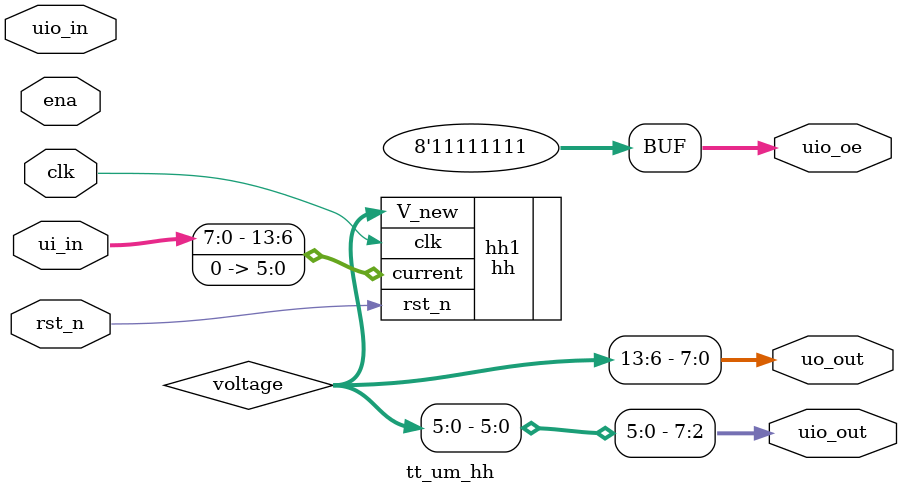
<source format=v>
`default_nettype none

module tt_um_hh  (
    input  wire [7:0] ui_in,    // Dedicated inputs - connected to the input switches
    output wire [7:0] uo_out,   // Dedicated outputs - connected to the 7 segment display
    input  wire [7:0] uio_in,   // IOs: Bidirectional Input path
    output wire [7:0] uio_out,  // IOs: Bidirectional Output path
    output wire [7:0] uio_oe,   // IOs: Bidirectional Enable path (active high: 0=input, 1=output)
    input  wire       ena,      // will go high when the design is enabled
    input  wire       clk,      // clock
    input  wire       rst_n     // reset_n - low to reset
);

    wire [13:0] voltage;

    // use bidirectionals as outputs
    assign uio_oe = 8'b11111111;
    // assign ena = 1'b1;
    // assign uio_out = 8'b00000000;

    assign uo_out       = voltage[13:6];
    assign uio_out[7:2] = voltage[5:0];

    // instantiate hh neuron
    hh hh1(.current({ui_in, 6'b0}), .clk(clk), .rst_n(rst_n), .V_new(voltage));

endmodule

</source>
